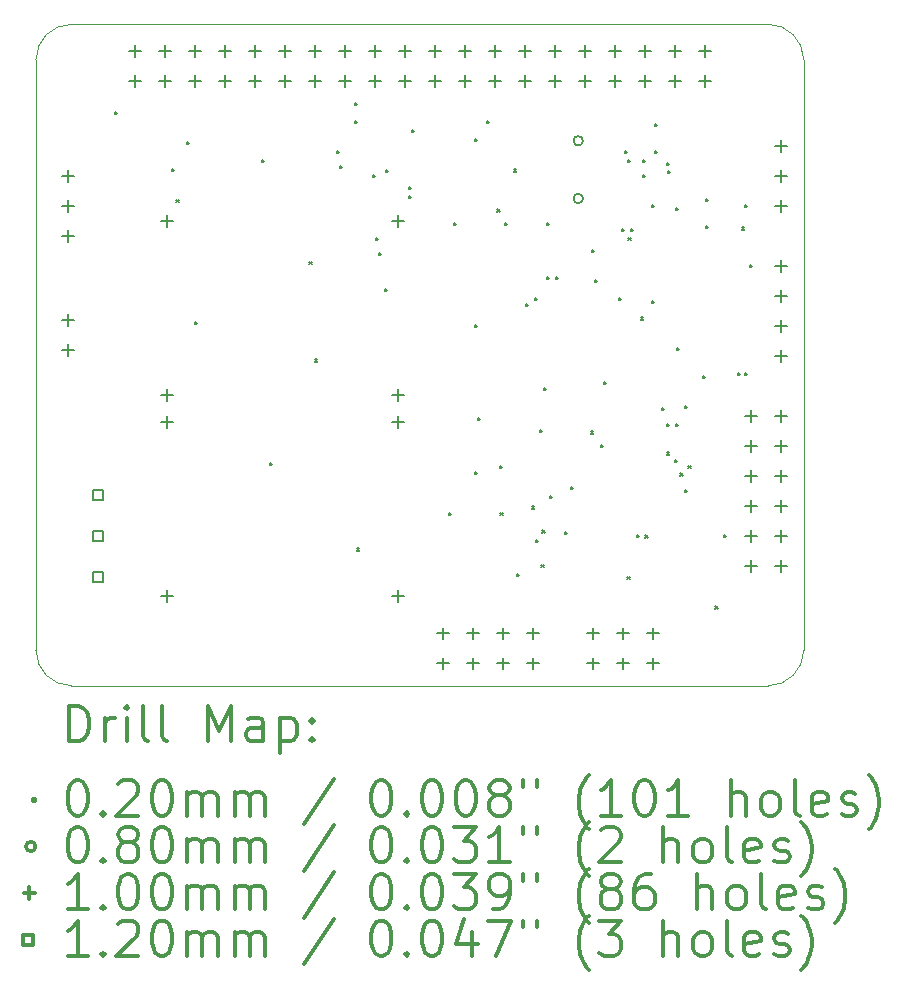
<source format=gbr>
%FSLAX45Y45*%
G04 Gerber Fmt 4.5, Leading zero omitted, Abs format (unit mm)*
G04 Created by KiCad (PCBNEW (5.0.2)-1) date 4/29/2019 5:38:55 PM*
%MOMM*%
%LPD*%
G01*
G04 APERTURE LIST*
%ADD10C,0.100000*%
%ADD11C,0.200000*%
%ADD12C,0.300000*%
G04 APERTURE END LIST*
D10*
X7854636Y-6381761D02*
X7854636Y-11381761D01*
X7854636Y-6381761D02*
G75*
G02X8154636Y-6081761I300000J0D01*
G01*
X14054636Y-6081761D02*
X8154636Y-6081761D01*
X14054636Y-6081761D02*
G75*
G02X14354636Y-6381761I0J-300000D01*
G01*
X14354636Y-11381761D02*
X14354636Y-6381761D01*
X8154636Y-11681761D02*
G75*
G02X7854636Y-11381761I0J300000D01*
G01*
X8154636Y-11681761D02*
X14054636Y-11681761D01*
X14354635Y-11382285D02*
G75*
G02X14054636Y-11681761I-300000J524D01*
G01*
D11*
X8524400Y-6822600D02*
X8544400Y-6842600D01*
X8544400Y-6822600D02*
X8524400Y-6842600D01*
X9007000Y-7305200D02*
X9027000Y-7325200D01*
X9027000Y-7305200D02*
X9007000Y-7325200D01*
X9042500Y-7569300D02*
X9062500Y-7589300D01*
X9062500Y-7569300D02*
X9042500Y-7589300D01*
X9134000Y-7076600D02*
X9154000Y-7096600D01*
X9154000Y-7076600D02*
X9134000Y-7096600D01*
X9197500Y-8600600D02*
X9217500Y-8620600D01*
X9217500Y-8600600D02*
X9197500Y-8620600D01*
X9769000Y-7229000D02*
X9789000Y-7249000D01*
X9789000Y-7229000D02*
X9769000Y-7249000D01*
X9832500Y-9794400D02*
X9852500Y-9814400D01*
X9852500Y-9794400D02*
X9832500Y-9814400D01*
X10170560Y-8092600D02*
X10190560Y-8112600D01*
X10190560Y-8092600D02*
X10170560Y-8112600D01*
X10213500Y-8918100D02*
X10233500Y-8938100D01*
X10233500Y-8918100D02*
X10213500Y-8938100D01*
X10213500Y-8918100D02*
X10233500Y-8938100D01*
X10233500Y-8918100D02*
X10213500Y-8938100D01*
X10404000Y-7152800D02*
X10424000Y-7172800D01*
X10424000Y-7152800D02*
X10404000Y-7172800D01*
X10429400Y-7279800D02*
X10449400Y-7299800D01*
X10449400Y-7279800D02*
X10429400Y-7299800D01*
X10556400Y-6746400D02*
X10576400Y-6766400D01*
X10576400Y-6746400D02*
X10556400Y-6766400D01*
X10556400Y-6898800D02*
X10576400Y-6918800D01*
X10576400Y-6898800D02*
X10556400Y-6918800D01*
X10569100Y-10518300D02*
X10589100Y-10538300D01*
X10589100Y-10518300D02*
X10569100Y-10538300D01*
X10708800Y-7356000D02*
X10728800Y-7376000D01*
X10728800Y-7356000D02*
X10708800Y-7376000D01*
X10734200Y-7889404D02*
X10754200Y-7909404D01*
X10754200Y-7889404D02*
X10734200Y-7909404D01*
X10759600Y-8016400D02*
X10779600Y-8036400D01*
X10779600Y-8016400D02*
X10759600Y-8036400D01*
X10759600Y-8016400D02*
X10779600Y-8036400D01*
X10779600Y-8016400D02*
X10759600Y-8036400D01*
X10810400Y-8322901D02*
X10830400Y-8342901D01*
X10830400Y-8322901D02*
X10810400Y-8342901D01*
X10814767Y-7311380D02*
X10834767Y-7331380D01*
X10834767Y-7311380D02*
X10814767Y-7331380D01*
X11013600Y-7457600D02*
X11033600Y-7477600D01*
X11033600Y-7457600D02*
X11013600Y-7477600D01*
X11013600Y-7533800D02*
X11033600Y-7553800D01*
X11033600Y-7533800D02*
X11013600Y-7553800D01*
X11039000Y-6975000D02*
X11059000Y-6995000D01*
X11059000Y-6975000D02*
X11039000Y-6995000D01*
X11039000Y-6975000D02*
X11059000Y-6995000D01*
X11059000Y-6975000D02*
X11039000Y-6995000D01*
X11039000Y-6975000D02*
X11059000Y-6995000D01*
X11059000Y-6975000D02*
X11039000Y-6995000D01*
X11351500Y-10219000D02*
X11371500Y-10239000D01*
X11371500Y-10219000D02*
X11351500Y-10239000D01*
X11394600Y-7762400D02*
X11414600Y-7782400D01*
X11414600Y-7762400D02*
X11394600Y-7782400D01*
X11572400Y-7051200D02*
X11592400Y-7071200D01*
X11592400Y-7051200D02*
X11572400Y-7071200D01*
X11572400Y-8626000D02*
X11592400Y-8646000D01*
X11592400Y-8626000D02*
X11572400Y-8646000D01*
X11572400Y-8626000D02*
X11592400Y-8646000D01*
X11592400Y-8626000D02*
X11572400Y-8646000D01*
X11572400Y-9870600D02*
X11592400Y-9890600D01*
X11592400Y-9870600D02*
X11572400Y-9890600D01*
X11597800Y-9413400D02*
X11617800Y-9433400D01*
X11617800Y-9413400D02*
X11597800Y-9433400D01*
X11674000Y-6898800D02*
X11694000Y-6918800D01*
X11694000Y-6898800D02*
X11674000Y-6918800D01*
X11761000Y-7647000D02*
X11781000Y-7667000D01*
X11781000Y-7647000D02*
X11761000Y-7667000D01*
X11784640Y-9819800D02*
X11804640Y-9839800D01*
X11804640Y-9819800D02*
X11784640Y-9839800D01*
X11786776Y-10219088D02*
X11806776Y-10239088D01*
X11806776Y-10219088D02*
X11786776Y-10239088D01*
X11826400Y-7762400D02*
X11846400Y-7782400D01*
X11846400Y-7762400D02*
X11826400Y-7782400D01*
X11902600Y-7309501D02*
X11922600Y-7329501D01*
X11922600Y-7309501D02*
X11902600Y-7329501D01*
X11928000Y-10734200D02*
X11948000Y-10754200D01*
X11948000Y-10734200D02*
X11928000Y-10754200D01*
X12004200Y-8448200D02*
X12024200Y-8468200D01*
X12024200Y-8448200D02*
X12004200Y-8468200D01*
X12053594Y-10163002D02*
X12073594Y-10183002D01*
X12073594Y-10163002D02*
X12053594Y-10183002D01*
X12080400Y-8397400D02*
X12100400Y-8417400D01*
X12100400Y-8397400D02*
X12080400Y-8417400D01*
X12089392Y-10445032D02*
X12109392Y-10465032D01*
X12109392Y-10445032D02*
X12089392Y-10465032D01*
X12118500Y-9515000D02*
X12138500Y-9535000D01*
X12138500Y-9515000D02*
X12118500Y-9535000D01*
X12133994Y-10660465D02*
X12153994Y-10680465D01*
X12153994Y-10660465D02*
X12133994Y-10680465D01*
X12142924Y-10364923D02*
X12162924Y-10384923D01*
X12162924Y-10364923D02*
X12142924Y-10384923D01*
X12156600Y-9159400D02*
X12176600Y-9179400D01*
X12176600Y-9159400D02*
X12156600Y-9179400D01*
X12182000Y-7762400D02*
X12202000Y-7782400D01*
X12202000Y-7762400D02*
X12182000Y-7782400D01*
X12182000Y-7762400D02*
X12202000Y-7782400D01*
X12202000Y-7762400D02*
X12182000Y-7782400D01*
X12182000Y-7762400D02*
X12202000Y-7782400D01*
X12202000Y-7762400D02*
X12182000Y-7782400D01*
X12182000Y-8219600D02*
X12202000Y-8239600D01*
X12202000Y-8219600D02*
X12182000Y-8239600D01*
X12207400Y-10073800D02*
X12227400Y-10093800D01*
X12227400Y-10073800D02*
X12207400Y-10093800D01*
X12258200Y-8219600D02*
X12278200Y-8239600D01*
X12278200Y-8219600D02*
X12258200Y-8239600D01*
X12334400Y-10378600D02*
X12354400Y-10398600D01*
X12354400Y-10378600D02*
X12334400Y-10398600D01*
X12385200Y-9997600D02*
X12405200Y-10017600D01*
X12405200Y-9997600D02*
X12385200Y-10017600D01*
X12385200Y-9997600D02*
X12405200Y-10017600D01*
X12405200Y-9997600D02*
X12385200Y-10017600D01*
X12551276Y-9526724D02*
X12571276Y-9546724D01*
X12571276Y-9526724D02*
X12551276Y-9546724D01*
X12563000Y-7991000D02*
X12583000Y-8011000D01*
X12583000Y-7991000D02*
X12563000Y-8011000D01*
X12588400Y-8245000D02*
X12608400Y-8265000D01*
X12608400Y-8245000D02*
X12588400Y-8265000D01*
X12639200Y-9642000D02*
X12659200Y-9662000D01*
X12659200Y-9642000D02*
X12639200Y-9662000D01*
X12663765Y-9109435D02*
X12683765Y-9129435D01*
X12683765Y-9109435D02*
X12663765Y-9129435D01*
X12791600Y-8397400D02*
X12811600Y-8417400D01*
X12811600Y-8397400D02*
X12791600Y-8417400D01*
X12817000Y-7813200D02*
X12837000Y-7833200D01*
X12837000Y-7813200D02*
X12817000Y-7833200D01*
X12842400Y-7152800D02*
X12862400Y-7172800D01*
X12862400Y-7152800D02*
X12842400Y-7172800D01*
X12861200Y-10759600D02*
X12881200Y-10779600D01*
X12881200Y-10759600D02*
X12861200Y-10779600D01*
X12867800Y-7229000D02*
X12887800Y-7249000D01*
X12887800Y-7229000D02*
X12867800Y-7249000D01*
X12869500Y-7889400D02*
X12889500Y-7909400D01*
X12889500Y-7889400D02*
X12869500Y-7909400D01*
X12893200Y-7813200D02*
X12913200Y-7833200D01*
X12913200Y-7813200D02*
X12893200Y-7833200D01*
X12944000Y-10404000D02*
X12964000Y-10424000D01*
X12964000Y-10404000D02*
X12944000Y-10424000D01*
X12976000Y-8562500D02*
X12996000Y-8582500D01*
X12996000Y-8562500D02*
X12976000Y-8582500D01*
X12994800Y-7229000D02*
X13014800Y-7249000D01*
X13014800Y-7229000D02*
X12994800Y-7249000D01*
X12994800Y-7356000D02*
X13014800Y-7376000D01*
X13014800Y-7356000D02*
X12994800Y-7376000D01*
X13012874Y-10409374D02*
X13032874Y-10429374D01*
X13032874Y-10409374D02*
X13012874Y-10429374D01*
X13071000Y-7610000D02*
X13091000Y-7630000D01*
X13091000Y-7610000D02*
X13071000Y-7630000D01*
X13071000Y-8422800D02*
X13091000Y-8442800D01*
X13091000Y-8422800D02*
X13071000Y-8442800D01*
X13096400Y-6922500D02*
X13116400Y-6942500D01*
X13116400Y-6922500D02*
X13096400Y-6942500D01*
X13096400Y-7152800D02*
X13116400Y-7172800D01*
X13116400Y-7152800D02*
X13096400Y-7172800D01*
X13155955Y-9329899D02*
X13175955Y-9349899D01*
X13175955Y-9329899D02*
X13155955Y-9349899D01*
X13197999Y-9705500D02*
X13217999Y-9725500D01*
X13217999Y-9705500D02*
X13197999Y-9725500D01*
X13198000Y-7256100D02*
X13218000Y-7276100D01*
X13218000Y-7256100D02*
X13198000Y-7276100D01*
X13198000Y-9464201D02*
X13218000Y-9484201D01*
X13218000Y-9464201D02*
X13198000Y-9484201D01*
X13203000Y-7321250D02*
X13223000Y-7341250D01*
X13223000Y-7321250D02*
X13203000Y-7341250D01*
X13261497Y-9769000D02*
X13281497Y-9789000D01*
X13281497Y-9769000D02*
X13261497Y-9789000D01*
X13274199Y-9466499D02*
X13294199Y-9486499D01*
X13294199Y-9466499D02*
X13274199Y-9486499D01*
X13274200Y-7635400D02*
X13294200Y-7655400D01*
X13294200Y-7635400D02*
X13274200Y-7655400D01*
X13282841Y-8822028D02*
X13302841Y-8842028D01*
X13302841Y-8822028D02*
X13282841Y-8842028D01*
X13310847Y-9883799D02*
X13330847Y-9903799D01*
X13330847Y-9883799D02*
X13310847Y-9903799D01*
X13350400Y-9311800D02*
X13370400Y-9331800D01*
X13370400Y-9311800D02*
X13350400Y-9331800D01*
X13350400Y-10023000D02*
X13370400Y-10043000D01*
X13370400Y-10023000D02*
X13350400Y-10043000D01*
X13377500Y-9819800D02*
X13397500Y-9839800D01*
X13397500Y-9819800D02*
X13377500Y-9839800D01*
X13502800Y-9057800D02*
X13522800Y-9077800D01*
X13522800Y-9057800D02*
X13502800Y-9077800D01*
X13528200Y-7559200D02*
X13548200Y-7579200D01*
X13548200Y-7559200D02*
X13528200Y-7579200D01*
X13528200Y-7787800D02*
X13548200Y-7807800D01*
X13548200Y-7787800D02*
X13528200Y-7807800D01*
X13607001Y-11010999D02*
X13627001Y-11030999D01*
X13627001Y-11010999D02*
X13607001Y-11030999D01*
X13680600Y-10404000D02*
X13700600Y-10424000D01*
X13700600Y-10404000D02*
X13680600Y-10424000D01*
X13798399Y-9032400D02*
X13818399Y-9052400D01*
X13818399Y-9032400D02*
X13798399Y-9052400D01*
X13833000Y-7800500D02*
X13853000Y-7820500D01*
X13853000Y-7800500D02*
X13833000Y-7820500D01*
X13858400Y-7610000D02*
X13878400Y-7630000D01*
X13878400Y-7610000D02*
X13858400Y-7630000D01*
X13858401Y-9032400D02*
X13878401Y-9052400D01*
X13878401Y-9032400D02*
X13858401Y-9052400D01*
X13896500Y-8118000D02*
X13916500Y-8138000D01*
X13916500Y-8118000D02*
X13896500Y-8138000D01*
X12486000Y-7068500D02*
G75*
G03X12486000Y-7068500I-40000J0D01*
G01*
X12486000Y-7556500D02*
G75*
G03X12486000Y-7556500I-40000J0D01*
G01*
X8128000Y-8535200D02*
X8128000Y-8635200D01*
X8078000Y-8585200D02*
X8178000Y-8585200D01*
X8128000Y-8789200D02*
X8128000Y-8889200D01*
X8078000Y-8839200D02*
X8178000Y-8839200D01*
X8966200Y-7697000D02*
X8966200Y-7797000D01*
X8916200Y-7747000D02*
X9016200Y-7747000D01*
X8966200Y-9170200D02*
X8966200Y-9270200D01*
X8916200Y-9220200D02*
X9016200Y-9220200D01*
X8966200Y-9398800D02*
X8966200Y-9498800D01*
X8916200Y-9448800D02*
X9016200Y-9448800D01*
X8966200Y-10872000D02*
X8966200Y-10972000D01*
X8916200Y-10922000D02*
X9016200Y-10922000D01*
X10922000Y-7697000D02*
X10922000Y-7797000D01*
X10872000Y-7747000D02*
X10972000Y-7747000D01*
X10922000Y-9170200D02*
X10922000Y-9270200D01*
X10872000Y-9220200D02*
X10972000Y-9220200D01*
X11303000Y-11443500D02*
X11303000Y-11543500D01*
X11253000Y-11493500D02*
X11353000Y-11493500D01*
X11557000Y-11443500D02*
X11557000Y-11543500D01*
X11507000Y-11493500D02*
X11607000Y-11493500D01*
X11811000Y-11443500D02*
X11811000Y-11543500D01*
X11761000Y-11493500D02*
X11861000Y-11493500D01*
X12065000Y-11443500D02*
X12065000Y-11543500D01*
X12015000Y-11493500D02*
X12115000Y-11493500D01*
X10922000Y-9398800D02*
X10922000Y-9498800D01*
X10872000Y-9448800D02*
X10972000Y-9448800D01*
X10922000Y-10872000D02*
X10922000Y-10972000D01*
X10872000Y-10922000D02*
X10972000Y-10922000D01*
X8692000Y-6255000D02*
X8692000Y-6355000D01*
X8642000Y-6305000D02*
X8742000Y-6305000D01*
X8692000Y-6509000D02*
X8692000Y-6609000D01*
X8642000Y-6559000D02*
X8742000Y-6559000D01*
X8946000Y-6255000D02*
X8946000Y-6355000D01*
X8896000Y-6305000D02*
X8996000Y-6305000D01*
X8946000Y-6509000D02*
X8946000Y-6609000D01*
X8896000Y-6559000D02*
X8996000Y-6559000D01*
X9200000Y-6255000D02*
X9200000Y-6355000D01*
X9150000Y-6305000D02*
X9250000Y-6305000D01*
X9200000Y-6509000D02*
X9200000Y-6609000D01*
X9150000Y-6559000D02*
X9250000Y-6559000D01*
X9454000Y-6255000D02*
X9454000Y-6355000D01*
X9404000Y-6305000D02*
X9504000Y-6305000D01*
X9454000Y-6509000D02*
X9454000Y-6609000D01*
X9404000Y-6559000D02*
X9504000Y-6559000D01*
X9708000Y-6255000D02*
X9708000Y-6355000D01*
X9658000Y-6305000D02*
X9758000Y-6305000D01*
X9708000Y-6509000D02*
X9708000Y-6609000D01*
X9658000Y-6559000D02*
X9758000Y-6559000D01*
X9962000Y-6255000D02*
X9962000Y-6355000D01*
X9912000Y-6305000D02*
X10012000Y-6305000D01*
X9962000Y-6509000D02*
X9962000Y-6609000D01*
X9912000Y-6559000D02*
X10012000Y-6559000D01*
X10216000Y-6255000D02*
X10216000Y-6355000D01*
X10166000Y-6305000D02*
X10266000Y-6305000D01*
X10216000Y-6509000D02*
X10216000Y-6609000D01*
X10166000Y-6559000D02*
X10266000Y-6559000D01*
X10470000Y-6255000D02*
X10470000Y-6355000D01*
X10420000Y-6305000D02*
X10520000Y-6305000D01*
X10470000Y-6509000D02*
X10470000Y-6609000D01*
X10420000Y-6559000D02*
X10520000Y-6559000D01*
X10724000Y-6255000D02*
X10724000Y-6355000D01*
X10674000Y-6305000D02*
X10774000Y-6305000D01*
X10724000Y-6509000D02*
X10724000Y-6609000D01*
X10674000Y-6559000D02*
X10774000Y-6559000D01*
X10978000Y-6255000D02*
X10978000Y-6355000D01*
X10928000Y-6305000D02*
X11028000Y-6305000D01*
X10978000Y-6509000D02*
X10978000Y-6609000D01*
X10928000Y-6559000D02*
X11028000Y-6559000D01*
X11232000Y-6255000D02*
X11232000Y-6355000D01*
X11182000Y-6305000D02*
X11282000Y-6305000D01*
X11232000Y-6509000D02*
X11232000Y-6609000D01*
X11182000Y-6559000D02*
X11282000Y-6559000D01*
X11486000Y-6255000D02*
X11486000Y-6355000D01*
X11436000Y-6305000D02*
X11536000Y-6305000D01*
X11486000Y-6509000D02*
X11486000Y-6609000D01*
X11436000Y-6559000D02*
X11536000Y-6559000D01*
X11740000Y-6255000D02*
X11740000Y-6355000D01*
X11690000Y-6305000D02*
X11790000Y-6305000D01*
X11740000Y-6509000D02*
X11740000Y-6609000D01*
X11690000Y-6559000D02*
X11790000Y-6559000D01*
X11994000Y-6255000D02*
X11994000Y-6355000D01*
X11944000Y-6305000D02*
X12044000Y-6305000D01*
X11994000Y-6509000D02*
X11994000Y-6609000D01*
X11944000Y-6559000D02*
X12044000Y-6559000D01*
X12248000Y-6255000D02*
X12248000Y-6355000D01*
X12198000Y-6305000D02*
X12298000Y-6305000D01*
X12248000Y-6509000D02*
X12248000Y-6609000D01*
X12198000Y-6559000D02*
X12298000Y-6559000D01*
X12502000Y-6255000D02*
X12502000Y-6355000D01*
X12452000Y-6305000D02*
X12552000Y-6305000D01*
X12502000Y-6509000D02*
X12502000Y-6609000D01*
X12452000Y-6559000D02*
X12552000Y-6559000D01*
X12756000Y-6255000D02*
X12756000Y-6355000D01*
X12706000Y-6305000D02*
X12806000Y-6305000D01*
X12756000Y-6509000D02*
X12756000Y-6609000D01*
X12706000Y-6559000D02*
X12806000Y-6559000D01*
X13010000Y-6255000D02*
X13010000Y-6355000D01*
X12960000Y-6305000D02*
X13060000Y-6305000D01*
X13010000Y-6509000D02*
X13010000Y-6609000D01*
X12960000Y-6559000D02*
X13060000Y-6559000D01*
X13264000Y-6255000D02*
X13264000Y-6355000D01*
X13214000Y-6305000D02*
X13314000Y-6305000D01*
X13264000Y-6509000D02*
X13264000Y-6609000D01*
X13214000Y-6559000D02*
X13314000Y-6559000D01*
X13518000Y-6255000D02*
X13518000Y-6355000D01*
X13468000Y-6305000D02*
X13568000Y-6305000D01*
X13518000Y-6509000D02*
X13518000Y-6609000D01*
X13468000Y-6559000D02*
X13568000Y-6559000D01*
X11303000Y-11189500D02*
X11303000Y-11289500D01*
X11253000Y-11239500D02*
X11353000Y-11239500D01*
X11557000Y-11189500D02*
X11557000Y-11289500D01*
X11507000Y-11239500D02*
X11607000Y-11239500D01*
X11811000Y-11189500D02*
X11811000Y-11289500D01*
X11761000Y-11239500D02*
X11861000Y-11239500D01*
X12065000Y-11189500D02*
X12065000Y-11289500D01*
X12015000Y-11239500D02*
X12115000Y-11239500D01*
X13906500Y-9348000D02*
X13906500Y-9448000D01*
X13856500Y-9398000D02*
X13956500Y-9398000D01*
X13906500Y-9602000D02*
X13906500Y-9702000D01*
X13856500Y-9652000D02*
X13956500Y-9652000D01*
X13906500Y-9856000D02*
X13906500Y-9956000D01*
X13856500Y-9906000D02*
X13956500Y-9906000D01*
X13906500Y-10110000D02*
X13906500Y-10210000D01*
X13856500Y-10160000D02*
X13956500Y-10160000D01*
X13906500Y-10364000D02*
X13906500Y-10464000D01*
X13856500Y-10414000D02*
X13956500Y-10414000D01*
X13906500Y-10618000D02*
X13906500Y-10718000D01*
X13856500Y-10668000D02*
X13956500Y-10668000D01*
X12573000Y-11189500D02*
X12573000Y-11289500D01*
X12523000Y-11239500D02*
X12623000Y-11239500D01*
X12573000Y-11443500D02*
X12573000Y-11543500D01*
X12523000Y-11493500D02*
X12623000Y-11493500D01*
X12827000Y-11189500D02*
X12827000Y-11289500D01*
X12777000Y-11239500D02*
X12877000Y-11239500D01*
X12827000Y-11443500D02*
X12827000Y-11543500D01*
X12777000Y-11493500D02*
X12877000Y-11493500D01*
X13081000Y-11189500D02*
X13081000Y-11289500D01*
X13031000Y-11239500D02*
X13131000Y-11239500D01*
X13081000Y-11443500D02*
X13081000Y-11543500D01*
X13031000Y-11493500D02*
X13131000Y-11493500D01*
X14160500Y-9348000D02*
X14160500Y-9448000D01*
X14110500Y-9398000D02*
X14210500Y-9398000D01*
X14160500Y-9602000D02*
X14160500Y-9702000D01*
X14110500Y-9652000D02*
X14210500Y-9652000D01*
X14160500Y-9856000D02*
X14160500Y-9956000D01*
X14110500Y-9906000D02*
X14210500Y-9906000D01*
X14160500Y-10110000D02*
X14160500Y-10210000D01*
X14110500Y-10160000D02*
X14210500Y-10160000D01*
X14160500Y-10364000D02*
X14160500Y-10464000D01*
X14110500Y-10414000D02*
X14210500Y-10414000D01*
X14160500Y-10618000D02*
X14160500Y-10718000D01*
X14110500Y-10668000D02*
X14210500Y-10668000D01*
X14160500Y-8078000D02*
X14160500Y-8178000D01*
X14110500Y-8128000D02*
X14210500Y-8128000D01*
X14160500Y-8332000D02*
X14160500Y-8432000D01*
X14110500Y-8382000D02*
X14210500Y-8382000D01*
X14160500Y-8586000D02*
X14160500Y-8686000D01*
X14110500Y-8636000D02*
X14210500Y-8636000D01*
X14160500Y-8840000D02*
X14160500Y-8940000D01*
X14110500Y-8890000D02*
X14210500Y-8890000D01*
X14160500Y-7062000D02*
X14160500Y-7162000D01*
X14110500Y-7112000D02*
X14210500Y-7112000D01*
X14160500Y-7316000D02*
X14160500Y-7416000D01*
X14110500Y-7366000D02*
X14210500Y-7366000D01*
X14160500Y-7570000D02*
X14160500Y-7670000D01*
X14110500Y-7620000D02*
X14210500Y-7620000D01*
X8128000Y-7316000D02*
X8128000Y-7416000D01*
X8078000Y-7366000D02*
X8178000Y-7366000D01*
X8128000Y-7570000D02*
X8128000Y-7670000D01*
X8078000Y-7620000D02*
X8178000Y-7620000D01*
X8128000Y-7824000D02*
X8128000Y-7924000D01*
X8078000Y-7874000D02*
X8178000Y-7874000D01*
X8424427Y-10106427D02*
X8424427Y-10021573D01*
X8339573Y-10021573D01*
X8339573Y-10106427D01*
X8424427Y-10106427D01*
X8424427Y-10456427D02*
X8424427Y-10371573D01*
X8339573Y-10371573D01*
X8339573Y-10456427D01*
X8424427Y-10456427D01*
X8424427Y-10806427D02*
X8424427Y-10721573D01*
X8339573Y-10721573D01*
X8339573Y-10806427D01*
X8424427Y-10806427D01*
D12*
X8136064Y-12152475D02*
X8136064Y-11852475D01*
X8207493Y-11852475D01*
X8250350Y-11866761D01*
X8278921Y-11895333D01*
X8293207Y-11923904D01*
X8307493Y-11981047D01*
X8307493Y-12023904D01*
X8293207Y-12081047D01*
X8278921Y-12109618D01*
X8250350Y-12138190D01*
X8207493Y-12152475D01*
X8136064Y-12152475D01*
X8436064Y-12152475D02*
X8436064Y-11952475D01*
X8436064Y-12009618D02*
X8450350Y-11981047D01*
X8464636Y-11966761D01*
X8493207Y-11952475D01*
X8521778Y-11952475D01*
X8621778Y-12152475D02*
X8621778Y-11952475D01*
X8621778Y-11852475D02*
X8607493Y-11866761D01*
X8621778Y-11881047D01*
X8636064Y-11866761D01*
X8621778Y-11852475D01*
X8621778Y-11881047D01*
X8807493Y-12152475D02*
X8778921Y-12138190D01*
X8764636Y-12109618D01*
X8764636Y-11852475D01*
X8964636Y-12152475D02*
X8936064Y-12138190D01*
X8921778Y-12109618D01*
X8921778Y-11852475D01*
X9307493Y-12152475D02*
X9307493Y-11852475D01*
X9407493Y-12066761D01*
X9507493Y-11852475D01*
X9507493Y-12152475D01*
X9778921Y-12152475D02*
X9778921Y-11995333D01*
X9764636Y-11966761D01*
X9736064Y-11952475D01*
X9678921Y-11952475D01*
X9650350Y-11966761D01*
X9778921Y-12138190D02*
X9750350Y-12152475D01*
X9678921Y-12152475D01*
X9650350Y-12138190D01*
X9636064Y-12109618D01*
X9636064Y-12081047D01*
X9650350Y-12052475D01*
X9678921Y-12038190D01*
X9750350Y-12038190D01*
X9778921Y-12023904D01*
X9921778Y-11952475D02*
X9921778Y-12252475D01*
X9921778Y-11966761D02*
X9950350Y-11952475D01*
X10007493Y-11952475D01*
X10036064Y-11966761D01*
X10050350Y-11981047D01*
X10064636Y-12009618D01*
X10064636Y-12095333D01*
X10050350Y-12123904D01*
X10036064Y-12138190D01*
X10007493Y-12152475D01*
X9950350Y-12152475D01*
X9921778Y-12138190D01*
X10193207Y-12123904D02*
X10207493Y-12138190D01*
X10193207Y-12152475D01*
X10178921Y-12138190D01*
X10193207Y-12123904D01*
X10193207Y-12152475D01*
X10193207Y-11966761D02*
X10207493Y-11981047D01*
X10193207Y-11995333D01*
X10178921Y-11981047D01*
X10193207Y-11966761D01*
X10193207Y-11995333D01*
X7829635Y-12636761D02*
X7849635Y-12656761D01*
X7849635Y-12636761D02*
X7829635Y-12656761D01*
X8193207Y-12482475D02*
X8221778Y-12482475D01*
X8250350Y-12496761D01*
X8264635Y-12511047D01*
X8278921Y-12539618D01*
X8293207Y-12596761D01*
X8293207Y-12668190D01*
X8278921Y-12725333D01*
X8264635Y-12753904D01*
X8250350Y-12768190D01*
X8221778Y-12782475D01*
X8193207Y-12782475D01*
X8164635Y-12768190D01*
X8150350Y-12753904D01*
X8136064Y-12725333D01*
X8121778Y-12668190D01*
X8121778Y-12596761D01*
X8136064Y-12539618D01*
X8150350Y-12511047D01*
X8164635Y-12496761D01*
X8193207Y-12482475D01*
X8421778Y-12753904D02*
X8436064Y-12768190D01*
X8421778Y-12782475D01*
X8407493Y-12768190D01*
X8421778Y-12753904D01*
X8421778Y-12782475D01*
X8550350Y-12511047D02*
X8564636Y-12496761D01*
X8593207Y-12482475D01*
X8664636Y-12482475D01*
X8693207Y-12496761D01*
X8707493Y-12511047D01*
X8721778Y-12539618D01*
X8721778Y-12568190D01*
X8707493Y-12611047D01*
X8536064Y-12782475D01*
X8721778Y-12782475D01*
X8907493Y-12482475D02*
X8936064Y-12482475D01*
X8964636Y-12496761D01*
X8978921Y-12511047D01*
X8993207Y-12539618D01*
X9007493Y-12596761D01*
X9007493Y-12668190D01*
X8993207Y-12725333D01*
X8978921Y-12753904D01*
X8964636Y-12768190D01*
X8936064Y-12782475D01*
X8907493Y-12782475D01*
X8878921Y-12768190D01*
X8864636Y-12753904D01*
X8850350Y-12725333D01*
X8836064Y-12668190D01*
X8836064Y-12596761D01*
X8850350Y-12539618D01*
X8864636Y-12511047D01*
X8878921Y-12496761D01*
X8907493Y-12482475D01*
X9136064Y-12782475D02*
X9136064Y-12582475D01*
X9136064Y-12611047D02*
X9150350Y-12596761D01*
X9178921Y-12582475D01*
X9221778Y-12582475D01*
X9250350Y-12596761D01*
X9264636Y-12625333D01*
X9264636Y-12782475D01*
X9264636Y-12625333D02*
X9278921Y-12596761D01*
X9307493Y-12582475D01*
X9350350Y-12582475D01*
X9378921Y-12596761D01*
X9393207Y-12625333D01*
X9393207Y-12782475D01*
X9536064Y-12782475D02*
X9536064Y-12582475D01*
X9536064Y-12611047D02*
X9550350Y-12596761D01*
X9578921Y-12582475D01*
X9621778Y-12582475D01*
X9650350Y-12596761D01*
X9664636Y-12625333D01*
X9664636Y-12782475D01*
X9664636Y-12625333D02*
X9678921Y-12596761D01*
X9707493Y-12582475D01*
X9750350Y-12582475D01*
X9778921Y-12596761D01*
X9793207Y-12625333D01*
X9793207Y-12782475D01*
X10378921Y-12468190D02*
X10121778Y-12853904D01*
X10764636Y-12482475D02*
X10793207Y-12482475D01*
X10821778Y-12496761D01*
X10836064Y-12511047D01*
X10850350Y-12539618D01*
X10864636Y-12596761D01*
X10864636Y-12668190D01*
X10850350Y-12725333D01*
X10836064Y-12753904D01*
X10821778Y-12768190D01*
X10793207Y-12782475D01*
X10764636Y-12782475D01*
X10736064Y-12768190D01*
X10721778Y-12753904D01*
X10707493Y-12725333D01*
X10693207Y-12668190D01*
X10693207Y-12596761D01*
X10707493Y-12539618D01*
X10721778Y-12511047D01*
X10736064Y-12496761D01*
X10764636Y-12482475D01*
X10993207Y-12753904D02*
X11007493Y-12768190D01*
X10993207Y-12782475D01*
X10978921Y-12768190D01*
X10993207Y-12753904D01*
X10993207Y-12782475D01*
X11193207Y-12482475D02*
X11221778Y-12482475D01*
X11250350Y-12496761D01*
X11264635Y-12511047D01*
X11278921Y-12539618D01*
X11293207Y-12596761D01*
X11293207Y-12668190D01*
X11278921Y-12725333D01*
X11264635Y-12753904D01*
X11250350Y-12768190D01*
X11221778Y-12782475D01*
X11193207Y-12782475D01*
X11164636Y-12768190D01*
X11150350Y-12753904D01*
X11136064Y-12725333D01*
X11121778Y-12668190D01*
X11121778Y-12596761D01*
X11136064Y-12539618D01*
X11150350Y-12511047D01*
X11164636Y-12496761D01*
X11193207Y-12482475D01*
X11478921Y-12482475D02*
X11507493Y-12482475D01*
X11536064Y-12496761D01*
X11550350Y-12511047D01*
X11564635Y-12539618D01*
X11578921Y-12596761D01*
X11578921Y-12668190D01*
X11564635Y-12725333D01*
X11550350Y-12753904D01*
X11536064Y-12768190D01*
X11507493Y-12782475D01*
X11478921Y-12782475D01*
X11450350Y-12768190D01*
X11436064Y-12753904D01*
X11421778Y-12725333D01*
X11407493Y-12668190D01*
X11407493Y-12596761D01*
X11421778Y-12539618D01*
X11436064Y-12511047D01*
X11450350Y-12496761D01*
X11478921Y-12482475D01*
X11750350Y-12611047D02*
X11721778Y-12596761D01*
X11707493Y-12582475D01*
X11693207Y-12553904D01*
X11693207Y-12539618D01*
X11707493Y-12511047D01*
X11721778Y-12496761D01*
X11750350Y-12482475D01*
X11807493Y-12482475D01*
X11836064Y-12496761D01*
X11850350Y-12511047D01*
X11864635Y-12539618D01*
X11864635Y-12553904D01*
X11850350Y-12582475D01*
X11836064Y-12596761D01*
X11807493Y-12611047D01*
X11750350Y-12611047D01*
X11721778Y-12625333D01*
X11707493Y-12639618D01*
X11693207Y-12668190D01*
X11693207Y-12725333D01*
X11707493Y-12753904D01*
X11721778Y-12768190D01*
X11750350Y-12782475D01*
X11807493Y-12782475D01*
X11836064Y-12768190D01*
X11850350Y-12753904D01*
X11864635Y-12725333D01*
X11864635Y-12668190D01*
X11850350Y-12639618D01*
X11836064Y-12625333D01*
X11807493Y-12611047D01*
X11978921Y-12482475D02*
X11978921Y-12539618D01*
X12093207Y-12482475D02*
X12093207Y-12539618D01*
X12536064Y-12896761D02*
X12521778Y-12882475D01*
X12493207Y-12839618D01*
X12478921Y-12811047D01*
X12464635Y-12768190D01*
X12450350Y-12696761D01*
X12450350Y-12639618D01*
X12464635Y-12568190D01*
X12478921Y-12525333D01*
X12493207Y-12496761D01*
X12521778Y-12453904D01*
X12536064Y-12439618D01*
X12807493Y-12782475D02*
X12636064Y-12782475D01*
X12721778Y-12782475D02*
X12721778Y-12482475D01*
X12693207Y-12525333D01*
X12664635Y-12553904D01*
X12636064Y-12568190D01*
X12993207Y-12482475D02*
X13021778Y-12482475D01*
X13050350Y-12496761D01*
X13064635Y-12511047D01*
X13078921Y-12539618D01*
X13093207Y-12596761D01*
X13093207Y-12668190D01*
X13078921Y-12725333D01*
X13064635Y-12753904D01*
X13050350Y-12768190D01*
X13021778Y-12782475D01*
X12993207Y-12782475D01*
X12964635Y-12768190D01*
X12950350Y-12753904D01*
X12936064Y-12725333D01*
X12921778Y-12668190D01*
X12921778Y-12596761D01*
X12936064Y-12539618D01*
X12950350Y-12511047D01*
X12964635Y-12496761D01*
X12993207Y-12482475D01*
X13378921Y-12782475D02*
X13207493Y-12782475D01*
X13293207Y-12782475D02*
X13293207Y-12482475D01*
X13264635Y-12525333D01*
X13236064Y-12553904D01*
X13207493Y-12568190D01*
X13736064Y-12782475D02*
X13736064Y-12482475D01*
X13864635Y-12782475D02*
X13864635Y-12625333D01*
X13850350Y-12596761D01*
X13821778Y-12582475D01*
X13778921Y-12582475D01*
X13750350Y-12596761D01*
X13736064Y-12611047D01*
X14050350Y-12782475D02*
X14021778Y-12768190D01*
X14007493Y-12753904D01*
X13993207Y-12725333D01*
X13993207Y-12639618D01*
X14007493Y-12611047D01*
X14021778Y-12596761D01*
X14050350Y-12582475D01*
X14093207Y-12582475D01*
X14121778Y-12596761D01*
X14136064Y-12611047D01*
X14150350Y-12639618D01*
X14150350Y-12725333D01*
X14136064Y-12753904D01*
X14121778Y-12768190D01*
X14093207Y-12782475D01*
X14050350Y-12782475D01*
X14321778Y-12782475D02*
X14293207Y-12768190D01*
X14278921Y-12739618D01*
X14278921Y-12482475D01*
X14550350Y-12768190D02*
X14521778Y-12782475D01*
X14464635Y-12782475D01*
X14436064Y-12768190D01*
X14421778Y-12739618D01*
X14421778Y-12625333D01*
X14436064Y-12596761D01*
X14464635Y-12582475D01*
X14521778Y-12582475D01*
X14550350Y-12596761D01*
X14564635Y-12625333D01*
X14564635Y-12653904D01*
X14421778Y-12682475D01*
X14678921Y-12768190D02*
X14707493Y-12782475D01*
X14764635Y-12782475D01*
X14793207Y-12768190D01*
X14807493Y-12739618D01*
X14807493Y-12725333D01*
X14793207Y-12696761D01*
X14764635Y-12682475D01*
X14721778Y-12682475D01*
X14693207Y-12668190D01*
X14678921Y-12639618D01*
X14678921Y-12625333D01*
X14693207Y-12596761D01*
X14721778Y-12582475D01*
X14764635Y-12582475D01*
X14793207Y-12596761D01*
X14907493Y-12896761D02*
X14921778Y-12882475D01*
X14950350Y-12839618D01*
X14964635Y-12811047D01*
X14978921Y-12768190D01*
X14993207Y-12696761D01*
X14993207Y-12639618D01*
X14978921Y-12568190D01*
X14964635Y-12525333D01*
X14950350Y-12496761D01*
X14921778Y-12453904D01*
X14907493Y-12439618D01*
X7849635Y-13042761D02*
G75*
G03X7849635Y-13042761I-40000J0D01*
G01*
X8193207Y-12878475D02*
X8221778Y-12878475D01*
X8250350Y-12892761D01*
X8264635Y-12907047D01*
X8278921Y-12935618D01*
X8293207Y-12992761D01*
X8293207Y-13064190D01*
X8278921Y-13121333D01*
X8264635Y-13149904D01*
X8250350Y-13164190D01*
X8221778Y-13178475D01*
X8193207Y-13178475D01*
X8164635Y-13164190D01*
X8150350Y-13149904D01*
X8136064Y-13121333D01*
X8121778Y-13064190D01*
X8121778Y-12992761D01*
X8136064Y-12935618D01*
X8150350Y-12907047D01*
X8164635Y-12892761D01*
X8193207Y-12878475D01*
X8421778Y-13149904D02*
X8436064Y-13164190D01*
X8421778Y-13178475D01*
X8407493Y-13164190D01*
X8421778Y-13149904D01*
X8421778Y-13178475D01*
X8607493Y-13007047D02*
X8578921Y-12992761D01*
X8564636Y-12978475D01*
X8550350Y-12949904D01*
X8550350Y-12935618D01*
X8564636Y-12907047D01*
X8578921Y-12892761D01*
X8607493Y-12878475D01*
X8664636Y-12878475D01*
X8693207Y-12892761D01*
X8707493Y-12907047D01*
X8721778Y-12935618D01*
X8721778Y-12949904D01*
X8707493Y-12978475D01*
X8693207Y-12992761D01*
X8664636Y-13007047D01*
X8607493Y-13007047D01*
X8578921Y-13021333D01*
X8564636Y-13035618D01*
X8550350Y-13064190D01*
X8550350Y-13121333D01*
X8564636Y-13149904D01*
X8578921Y-13164190D01*
X8607493Y-13178475D01*
X8664636Y-13178475D01*
X8693207Y-13164190D01*
X8707493Y-13149904D01*
X8721778Y-13121333D01*
X8721778Y-13064190D01*
X8707493Y-13035618D01*
X8693207Y-13021333D01*
X8664636Y-13007047D01*
X8907493Y-12878475D02*
X8936064Y-12878475D01*
X8964636Y-12892761D01*
X8978921Y-12907047D01*
X8993207Y-12935618D01*
X9007493Y-12992761D01*
X9007493Y-13064190D01*
X8993207Y-13121333D01*
X8978921Y-13149904D01*
X8964636Y-13164190D01*
X8936064Y-13178475D01*
X8907493Y-13178475D01*
X8878921Y-13164190D01*
X8864636Y-13149904D01*
X8850350Y-13121333D01*
X8836064Y-13064190D01*
X8836064Y-12992761D01*
X8850350Y-12935618D01*
X8864636Y-12907047D01*
X8878921Y-12892761D01*
X8907493Y-12878475D01*
X9136064Y-13178475D02*
X9136064Y-12978475D01*
X9136064Y-13007047D02*
X9150350Y-12992761D01*
X9178921Y-12978475D01*
X9221778Y-12978475D01*
X9250350Y-12992761D01*
X9264636Y-13021333D01*
X9264636Y-13178475D01*
X9264636Y-13021333D02*
X9278921Y-12992761D01*
X9307493Y-12978475D01*
X9350350Y-12978475D01*
X9378921Y-12992761D01*
X9393207Y-13021333D01*
X9393207Y-13178475D01*
X9536064Y-13178475D02*
X9536064Y-12978475D01*
X9536064Y-13007047D02*
X9550350Y-12992761D01*
X9578921Y-12978475D01*
X9621778Y-12978475D01*
X9650350Y-12992761D01*
X9664636Y-13021333D01*
X9664636Y-13178475D01*
X9664636Y-13021333D02*
X9678921Y-12992761D01*
X9707493Y-12978475D01*
X9750350Y-12978475D01*
X9778921Y-12992761D01*
X9793207Y-13021333D01*
X9793207Y-13178475D01*
X10378921Y-12864190D02*
X10121778Y-13249904D01*
X10764636Y-12878475D02*
X10793207Y-12878475D01*
X10821778Y-12892761D01*
X10836064Y-12907047D01*
X10850350Y-12935618D01*
X10864636Y-12992761D01*
X10864636Y-13064190D01*
X10850350Y-13121333D01*
X10836064Y-13149904D01*
X10821778Y-13164190D01*
X10793207Y-13178475D01*
X10764636Y-13178475D01*
X10736064Y-13164190D01*
X10721778Y-13149904D01*
X10707493Y-13121333D01*
X10693207Y-13064190D01*
X10693207Y-12992761D01*
X10707493Y-12935618D01*
X10721778Y-12907047D01*
X10736064Y-12892761D01*
X10764636Y-12878475D01*
X10993207Y-13149904D02*
X11007493Y-13164190D01*
X10993207Y-13178475D01*
X10978921Y-13164190D01*
X10993207Y-13149904D01*
X10993207Y-13178475D01*
X11193207Y-12878475D02*
X11221778Y-12878475D01*
X11250350Y-12892761D01*
X11264635Y-12907047D01*
X11278921Y-12935618D01*
X11293207Y-12992761D01*
X11293207Y-13064190D01*
X11278921Y-13121333D01*
X11264635Y-13149904D01*
X11250350Y-13164190D01*
X11221778Y-13178475D01*
X11193207Y-13178475D01*
X11164636Y-13164190D01*
X11150350Y-13149904D01*
X11136064Y-13121333D01*
X11121778Y-13064190D01*
X11121778Y-12992761D01*
X11136064Y-12935618D01*
X11150350Y-12907047D01*
X11164636Y-12892761D01*
X11193207Y-12878475D01*
X11393207Y-12878475D02*
X11578921Y-12878475D01*
X11478921Y-12992761D01*
X11521778Y-12992761D01*
X11550350Y-13007047D01*
X11564635Y-13021333D01*
X11578921Y-13049904D01*
X11578921Y-13121333D01*
X11564635Y-13149904D01*
X11550350Y-13164190D01*
X11521778Y-13178475D01*
X11436064Y-13178475D01*
X11407493Y-13164190D01*
X11393207Y-13149904D01*
X11864635Y-13178475D02*
X11693207Y-13178475D01*
X11778921Y-13178475D02*
X11778921Y-12878475D01*
X11750350Y-12921333D01*
X11721778Y-12949904D01*
X11693207Y-12964190D01*
X11978921Y-12878475D02*
X11978921Y-12935618D01*
X12093207Y-12878475D02*
X12093207Y-12935618D01*
X12536064Y-13292761D02*
X12521778Y-13278475D01*
X12493207Y-13235618D01*
X12478921Y-13207047D01*
X12464635Y-13164190D01*
X12450350Y-13092761D01*
X12450350Y-13035618D01*
X12464635Y-12964190D01*
X12478921Y-12921333D01*
X12493207Y-12892761D01*
X12521778Y-12849904D01*
X12536064Y-12835618D01*
X12636064Y-12907047D02*
X12650350Y-12892761D01*
X12678921Y-12878475D01*
X12750350Y-12878475D01*
X12778921Y-12892761D01*
X12793207Y-12907047D01*
X12807493Y-12935618D01*
X12807493Y-12964190D01*
X12793207Y-13007047D01*
X12621778Y-13178475D01*
X12807493Y-13178475D01*
X13164635Y-13178475D02*
X13164635Y-12878475D01*
X13293207Y-13178475D02*
X13293207Y-13021333D01*
X13278921Y-12992761D01*
X13250350Y-12978475D01*
X13207493Y-12978475D01*
X13178921Y-12992761D01*
X13164635Y-13007047D01*
X13478921Y-13178475D02*
X13450350Y-13164190D01*
X13436064Y-13149904D01*
X13421778Y-13121333D01*
X13421778Y-13035618D01*
X13436064Y-13007047D01*
X13450350Y-12992761D01*
X13478921Y-12978475D01*
X13521778Y-12978475D01*
X13550350Y-12992761D01*
X13564635Y-13007047D01*
X13578921Y-13035618D01*
X13578921Y-13121333D01*
X13564635Y-13149904D01*
X13550350Y-13164190D01*
X13521778Y-13178475D01*
X13478921Y-13178475D01*
X13750350Y-13178475D02*
X13721778Y-13164190D01*
X13707493Y-13135618D01*
X13707493Y-12878475D01*
X13978921Y-13164190D02*
X13950350Y-13178475D01*
X13893207Y-13178475D01*
X13864635Y-13164190D01*
X13850350Y-13135618D01*
X13850350Y-13021333D01*
X13864635Y-12992761D01*
X13893207Y-12978475D01*
X13950350Y-12978475D01*
X13978921Y-12992761D01*
X13993207Y-13021333D01*
X13993207Y-13049904D01*
X13850350Y-13078475D01*
X14107493Y-13164190D02*
X14136064Y-13178475D01*
X14193207Y-13178475D01*
X14221778Y-13164190D01*
X14236064Y-13135618D01*
X14236064Y-13121333D01*
X14221778Y-13092761D01*
X14193207Y-13078475D01*
X14150350Y-13078475D01*
X14121778Y-13064190D01*
X14107493Y-13035618D01*
X14107493Y-13021333D01*
X14121778Y-12992761D01*
X14150350Y-12978475D01*
X14193207Y-12978475D01*
X14221778Y-12992761D01*
X14336064Y-13292761D02*
X14350350Y-13278475D01*
X14378921Y-13235618D01*
X14393207Y-13207047D01*
X14407493Y-13164190D01*
X14421778Y-13092761D01*
X14421778Y-13035618D01*
X14407493Y-12964190D01*
X14393207Y-12921333D01*
X14378921Y-12892761D01*
X14350350Y-12849904D01*
X14336064Y-12835618D01*
X7799635Y-13388761D02*
X7799635Y-13488761D01*
X7749635Y-13438761D02*
X7849635Y-13438761D01*
X8293207Y-13574475D02*
X8121778Y-13574475D01*
X8207493Y-13574475D02*
X8207493Y-13274475D01*
X8178921Y-13317333D01*
X8150350Y-13345904D01*
X8121778Y-13360190D01*
X8421778Y-13545904D02*
X8436064Y-13560190D01*
X8421778Y-13574475D01*
X8407493Y-13560190D01*
X8421778Y-13545904D01*
X8421778Y-13574475D01*
X8621778Y-13274475D02*
X8650350Y-13274475D01*
X8678921Y-13288761D01*
X8693207Y-13303047D01*
X8707493Y-13331618D01*
X8721778Y-13388761D01*
X8721778Y-13460190D01*
X8707493Y-13517333D01*
X8693207Y-13545904D01*
X8678921Y-13560190D01*
X8650350Y-13574475D01*
X8621778Y-13574475D01*
X8593207Y-13560190D01*
X8578921Y-13545904D01*
X8564636Y-13517333D01*
X8550350Y-13460190D01*
X8550350Y-13388761D01*
X8564636Y-13331618D01*
X8578921Y-13303047D01*
X8593207Y-13288761D01*
X8621778Y-13274475D01*
X8907493Y-13274475D02*
X8936064Y-13274475D01*
X8964636Y-13288761D01*
X8978921Y-13303047D01*
X8993207Y-13331618D01*
X9007493Y-13388761D01*
X9007493Y-13460190D01*
X8993207Y-13517333D01*
X8978921Y-13545904D01*
X8964636Y-13560190D01*
X8936064Y-13574475D01*
X8907493Y-13574475D01*
X8878921Y-13560190D01*
X8864636Y-13545904D01*
X8850350Y-13517333D01*
X8836064Y-13460190D01*
X8836064Y-13388761D01*
X8850350Y-13331618D01*
X8864636Y-13303047D01*
X8878921Y-13288761D01*
X8907493Y-13274475D01*
X9136064Y-13574475D02*
X9136064Y-13374475D01*
X9136064Y-13403047D02*
X9150350Y-13388761D01*
X9178921Y-13374475D01*
X9221778Y-13374475D01*
X9250350Y-13388761D01*
X9264636Y-13417333D01*
X9264636Y-13574475D01*
X9264636Y-13417333D02*
X9278921Y-13388761D01*
X9307493Y-13374475D01*
X9350350Y-13374475D01*
X9378921Y-13388761D01*
X9393207Y-13417333D01*
X9393207Y-13574475D01*
X9536064Y-13574475D02*
X9536064Y-13374475D01*
X9536064Y-13403047D02*
X9550350Y-13388761D01*
X9578921Y-13374475D01*
X9621778Y-13374475D01*
X9650350Y-13388761D01*
X9664636Y-13417333D01*
X9664636Y-13574475D01*
X9664636Y-13417333D02*
X9678921Y-13388761D01*
X9707493Y-13374475D01*
X9750350Y-13374475D01*
X9778921Y-13388761D01*
X9793207Y-13417333D01*
X9793207Y-13574475D01*
X10378921Y-13260190D02*
X10121778Y-13645904D01*
X10764636Y-13274475D02*
X10793207Y-13274475D01*
X10821778Y-13288761D01*
X10836064Y-13303047D01*
X10850350Y-13331618D01*
X10864636Y-13388761D01*
X10864636Y-13460190D01*
X10850350Y-13517333D01*
X10836064Y-13545904D01*
X10821778Y-13560190D01*
X10793207Y-13574475D01*
X10764636Y-13574475D01*
X10736064Y-13560190D01*
X10721778Y-13545904D01*
X10707493Y-13517333D01*
X10693207Y-13460190D01*
X10693207Y-13388761D01*
X10707493Y-13331618D01*
X10721778Y-13303047D01*
X10736064Y-13288761D01*
X10764636Y-13274475D01*
X10993207Y-13545904D02*
X11007493Y-13560190D01*
X10993207Y-13574475D01*
X10978921Y-13560190D01*
X10993207Y-13545904D01*
X10993207Y-13574475D01*
X11193207Y-13274475D02*
X11221778Y-13274475D01*
X11250350Y-13288761D01*
X11264635Y-13303047D01*
X11278921Y-13331618D01*
X11293207Y-13388761D01*
X11293207Y-13460190D01*
X11278921Y-13517333D01*
X11264635Y-13545904D01*
X11250350Y-13560190D01*
X11221778Y-13574475D01*
X11193207Y-13574475D01*
X11164636Y-13560190D01*
X11150350Y-13545904D01*
X11136064Y-13517333D01*
X11121778Y-13460190D01*
X11121778Y-13388761D01*
X11136064Y-13331618D01*
X11150350Y-13303047D01*
X11164636Y-13288761D01*
X11193207Y-13274475D01*
X11393207Y-13274475D02*
X11578921Y-13274475D01*
X11478921Y-13388761D01*
X11521778Y-13388761D01*
X11550350Y-13403047D01*
X11564635Y-13417333D01*
X11578921Y-13445904D01*
X11578921Y-13517333D01*
X11564635Y-13545904D01*
X11550350Y-13560190D01*
X11521778Y-13574475D01*
X11436064Y-13574475D01*
X11407493Y-13560190D01*
X11393207Y-13545904D01*
X11721778Y-13574475D02*
X11778921Y-13574475D01*
X11807493Y-13560190D01*
X11821778Y-13545904D01*
X11850350Y-13503047D01*
X11864635Y-13445904D01*
X11864635Y-13331618D01*
X11850350Y-13303047D01*
X11836064Y-13288761D01*
X11807493Y-13274475D01*
X11750350Y-13274475D01*
X11721778Y-13288761D01*
X11707493Y-13303047D01*
X11693207Y-13331618D01*
X11693207Y-13403047D01*
X11707493Y-13431618D01*
X11721778Y-13445904D01*
X11750350Y-13460190D01*
X11807493Y-13460190D01*
X11836064Y-13445904D01*
X11850350Y-13431618D01*
X11864635Y-13403047D01*
X11978921Y-13274475D02*
X11978921Y-13331618D01*
X12093207Y-13274475D02*
X12093207Y-13331618D01*
X12536064Y-13688761D02*
X12521778Y-13674475D01*
X12493207Y-13631618D01*
X12478921Y-13603047D01*
X12464635Y-13560190D01*
X12450350Y-13488761D01*
X12450350Y-13431618D01*
X12464635Y-13360190D01*
X12478921Y-13317333D01*
X12493207Y-13288761D01*
X12521778Y-13245904D01*
X12536064Y-13231618D01*
X12693207Y-13403047D02*
X12664635Y-13388761D01*
X12650350Y-13374475D01*
X12636064Y-13345904D01*
X12636064Y-13331618D01*
X12650350Y-13303047D01*
X12664635Y-13288761D01*
X12693207Y-13274475D01*
X12750350Y-13274475D01*
X12778921Y-13288761D01*
X12793207Y-13303047D01*
X12807493Y-13331618D01*
X12807493Y-13345904D01*
X12793207Y-13374475D01*
X12778921Y-13388761D01*
X12750350Y-13403047D01*
X12693207Y-13403047D01*
X12664635Y-13417333D01*
X12650350Y-13431618D01*
X12636064Y-13460190D01*
X12636064Y-13517333D01*
X12650350Y-13545904D01*
X12664635Y-13560190D01*
X12693207Y-13574475D01*
X12750350Y-13574475D01*
X12778921Y-13560190D01*
X12793207Y-13545904D01*
X12807493Y-13517333D01*
X12807493Y-13460190D01*
X12793207Y-13431618D01*
X12778921Y-13417333D01*
X12750350Y-13403047D01*
X13064635Y-13274475D02*
X13007493Y-13274475D01*
X12978921Y-13288761D01*
X12964635Y-13303047D01*
X12936064Y-13345904D01*
X12921778Y-13403047D01*
X12921778Y-13517333D01*
X12936064Y-13545904D01*
X12950350Y-13560190D01*
X12978921Y-13574475D01*
X13036064Y-13574475D01*
X13064635Y-13560190D01*
X13078921Y-13545904D01*
X13093207Y-13517333D01*
X13093207Y-13445904D01*
X13078921Y-13417333D01*
X13064635Y-13403047D01*
X13036064Y-13388761D01*
X12978921Y-13388761D01*
X12950350Y-13403047D01*
X12936064Y-13417333D01*
X12921778Y-13445904D01*
X13450350Y-13574475D02*
X13450350Y-13274475D01*
X13578921Y-13574475D02*
X13578921Y-13417333D01*
X13564635Y-13388761D01*
X13536064Y-13374475D01*
X13493207Y-13374475D01*
X13464635Y-13388761D01*
X13450350Y-13403047D01*
X13764635Y-13574475D02*
X13736064Y-13560190D01*
X13721778Y-13545904D01*
X13707493Y-13517333D01*
X13707493Y-13431618D01*
X13721778Y-13403047D01*
X13736064Y-13388761D01*
X13764635Y-13374475D01*
X13807493Y-13374475D01*
X13836064Y-13388761D01*
X13850350Y-13403047D01*
X13864635Y-13431618D01*
X13864635Y-13517333D01*
X13850350Y-13545904D01*
X13836064Y-13560190D01*
X13807493Y-13574475D01*
X13764635Y-13574475D01*
X14036064Y-13574475D02*
X14007493Y-13560190D01*
X13993207Y-13531618D01*
X13993207Y-13274475D01*
X14264635Y-13560190D02*
X14236064Y-13574475D01*
X14178921Y-13574475D01*
X14150350Y-13560190D01*
X14136064Y-13531618D01*
X14136064Y-13417333D01*
X14150350Y-13388761D01*
X14178921Y-13374475D01*
X14236064Y-13374475D01*
X14264635Y-13388761D01*
X14278921Y-13417333D01*
X14278921Y-13445904D01*
X14136064Y-13474475D01*
X14393207Y-13560190D02*
X14421778Y-13574475D01*
X14478921Y-13574475D01*
X14507493Y-13560190D01*
X14521778Y-13531618D01*
X14521778Y-13517333D01*
X14507493Y-13488761D01*
X14478921Y-13474475D01*
X14436064Y-13474475D01*
X14407493Y-13460190D01*
X14393207Y-13431618D01*
X14393207Y-13417333D01*
X14407493Y-13388761D01*
X14436064Y-13374475D01*
X14478921Y-13374475D01*
X14507493Y-13388761D01*
X14621778Y-13688761D02*
X14636064Y-13674475D01*
X14664635Y-13631618D01*
X14678921Y-13603047D01*
X14693207Y-13560190D01*
X14707493Y-13488761D01*
X14707493Y-13431618D01*
X14693207Y-13360190D01*
X14678921Y-13317333D01*
X14664635Y-13288761D01*
X14636064Y-13245904D01*
X14621778Y-13231618D01*
X7832062Y-13877188D02*
X7832062Y-13792334D01*
X7747209Y-13792334D01*
X7747209Y-13877188D01*
X7832062Y-13877188D01*
X8293207Y-13970475D02*
X8121778Y-13970475D01*
X8207493Y-13970475D02*
X8207493Y-13670475D01*
X8178921Y-13713333D01*
X8150350Y-13741904D01*
X8121778Y-13756190D01*
X8421778Y-13941904D02*
X8436064Y-13956190D01*
X8421778Y-13970475D01*
X8407493Y-13956190D01*
X8421778Y-13941904D01*
X8421778Y-13970475D01*
X8550350Y-13699047D02*
X8564636Y-13684761D01*
X8593207Y-13670475D01*
X8664636Y-13670475D01*
X8693207Y-13684761D01*
X8707493Y-13699047D01*
X8721778Y-13727618D01*
X8721778Y-13756190D01*
X8707493Y-13799047D01*
X8536064Y-13970475D01*
X8721778Y-13970475D01*
X8907493Y-13670475D02*
X8936064Y-13670475D01*
X8964636Y-13684761D01*
X8978921Y-13699047D01*
X8993207Y-13727618D01*
X9007493Y-13784761D01*
X9007493Y-13856190D01*
X8993207Y-13913333D01*
X8978921Y-13941904D01*
X8964636Y-13956190D01*
X8936064Y-13970475D01*
X8907493Y-13970475D01*
X8878921Y-13956190D01*
X8864636Y-13941904D01*
X8850350Y-13913333D01*
X8836064Y-13856190D01*
X8836064Y-13784761D01*
X8850350Y-13727618D01*
X8864636Y-13699047D01*
X8878921Y-13684761D01*
X8907493Y-13670475D01*
X9136064Y-13970475D02*
X9136064Y-13770475D01*
X9136064Y-13799047D02*
X9150350Y-13784761D01*
X9178921Y-13770475D01*
X9221778Y-13770475D01*
X9250350Y-13784761D01*
X9264636Y-13813333D01*
X9264636Y-13970475D01*
X9264636Y-13813333D02*
X9278921Y-13784761D01*
X9307493Y-13770475D01*
X9350350Y-13770475D01*
X9378921Y-13784761D01*
X9393207Y-13813333D01*
X9393207Y-13970475D01*
X9536064Y-13970475D02*
X9536064Y-13770475D01*
X9536064Y-13799047D02*
X9550350Y-13784761D01*
X9578921Y-13770475D01*
X9621778Y-13770475D01*
X9650350Y-13784761D01*
X9664636Y-13813333D01*
X9664636Y-13970475D01*
X9664636Y-13813333D02*
X9678921Y-13784761D01*
X9707493Y-13770475D01*
X9750350Y-13770475D01*
X9778921Y-13784761D01*
X9793207Y-13813333D01*
X9793207Y-13970475D01*
X10378921Y-13656190D02*
X10121778Y-14041904D01*
X10764636Y-13670475D02*
X10793207Y-13670475D01*
X10821778Y-13684761D01*
X10836064Y-13699047D01*
X10850350Y-13727618D01*
X10864636Y-13784761D01*
X10864636Y-13856190D01*
X10850350Y-13913333D01*
X10836064Y-13941904D01*
X10821778Y-13956190D01*
X10793207Y-13970475D01*
X10764636Y-13970475D01*
X10736064Y-13956190D01*
X10721778Y-13941904D01*
X10707493Y-13913333D01*
X10693207Y-13856190D01*
X10693207Y-13784761D01*
X10707493Y-13727618D01*
X10721778Y-13699047D01*
X10736064Y-13684761D01*
X10764636Y-13670475D01*
X10993207Y-13941904D02*
X11007493Y-13956190D01*
X10993207Y-13970475D01*
X10978921Y-13956190D01*
X10993207Y-13941904D01*
X10993207Y-13970475D01*
X11193207Y-13670475D02*
X11221778Y-13670475D01*
X11250350Y-13684761D01*
X11264635Y-13699047D01*
X11278921Y-13727618D01*
X11293207Y-13784761D01*
X11293207Y-13856190D01*
X11278921Y-13913333D01*
X11264635Y-13941904D01*
X11250350Y-13956190D01*
X11221778Y-13970475D01*
X11193207Y-13970475D01*
X11164636Y-13956190D01*
X11150350Y-13941904D01*
X11136064Y-13913333D01*
X11121778Y-13856190D01*
X11121778Y-13784761D01*
X11136064Y-13727618D01*
X11150350Y-13699047D01*
X11164636Y-13684761D01*
X11193207Y-13670475D01*
X11550350Y-13770475D02*
X11550350Y-13970475D01*
X11478921Y-13656190D02*
X11407493Y-13870475D01*
X11593207Y-13870475D01*
X11678921Y-13670475D02*
X11878921Y-13670475D01*
X11750350Y-13970475D01*
X11978921Y-13670475D02*
X11978921Y-13727618D01*
X12093207Y-13670475D02*
X12093207Y-13727618D01*
X12536064Y-14084761D02*
X12521778Y-14070475D01*
X12493207Y-14027618D01*
X12478921Y-13999047D01*
X12464635Y-13956190D01*
X12450350Y-13884761D01*
X12450350Y-13827618D01*
X12464635Y-13756190D01*
X12478921Y-13713333D01*
X12493207Y-13684761D01*
X12521778Y-13641904D01*
X12536064Y-13627618D01*
X12621778Y-13670475D02*
X12807493Y-13670475D01*
X12707493Y-13784761D01*
X12750350Y-13784761D01*
X12778921Y-13799047D01*
X12793207Y-13813333D01*
X12807493Y-13841904D01*
X12807493Y-13913333D01*
X12793207Y-13941904D01*
X12778921Y-13956190D01*
X12750350Y-13970475D01*
X12664635Y-13970475D01*
X12636064Y-13956190D01*
X12621778Y-13941904D01*
X13164635Y-13970475D02*
X13164635Y-13670475D01*
X13293207Y-13970475D02*
X13293207Y-13813333D01*
X13278921Y-13784761D01*
X13250350Y-13770475D01*
X13207493Y-13770475D01*
X13178921Y-13784761D01*
X13164635Y-13799047D01*
X13478921Y-13970475D02*
X13450350Y-13956190D01*
X13436064Y-13941904D01*
X13421778Y-13913333D01*
X13421778Y-13827618D01*
X13436064Y-13799047D01*
X13450350Y-13784761D01*
X13478921Y-13770475D01*
X13521778Y-13770475D01*
X13550350Y-13784761D01*
X13564635Y-13799047D01*
X13578921Y-13827618D01*
X13578921Y-13913333D01*
X13564635Y-13941904D01*
X13550350Y-13956190D01*
X13521778Y-13970475D01*
X13478921Y-13970475D01*
X13750350Y-13970475D02*
X13721778Y-13956190D01*
X13707493Y-13927618D01*
X13707493Y-13670475D01*
X13978921Y-13956190D02*
X13950350Y-13970475D01*
X13893207Y-13970475D01*
X13864635Y-13956190D01*
X13850350Y-13927618D01*
X13850350Y-13813333D01*
X13864635Y-13784761D01*
X13893207Y-13770475D01*
X13950350Y-13770475D01*
X13978921Y-13784761D01*
X13993207Y-13813333D01*
X13993207Y-13841904D01*
X13850350Y-13870475D01*
X14107493Y-13956190D02*
X14136064Y-13970475D01*
X14193207Y-13970475D01*
X14221778Y-13956190D01*
X14236064Y-13927618D01*
X14236064Y-13913333D01*
X14221778Y-13884761D01*
X14193207Y-13870475D01*
X14150350Y-13870475D01*
X14121778Y-13856190D01*
X14107493Y-13827618D01*
X14107493Y-13813333D01*
X14121778Y-13784761D01*
X14150350Y-13770475D01*
X14193207Y-13770475D01*
X14221778Y-13784761D01*
X14336064Y-14084761D02*
X14350350Y-14070475D01*
X14378921Y-14027618D01*
X14393207Y-13999047D01*
X14407493Y-13956190D01*
X14421778Y-13884761D01*
X14421778Y-13827618D01*
X14407493Y-13756190D01*
X14393207Y-13713333D01*
X14378921Y-13684761D01*
X14350350Y-13641904D01*
X14336064Y-13627618D01*
M02*

</source>
